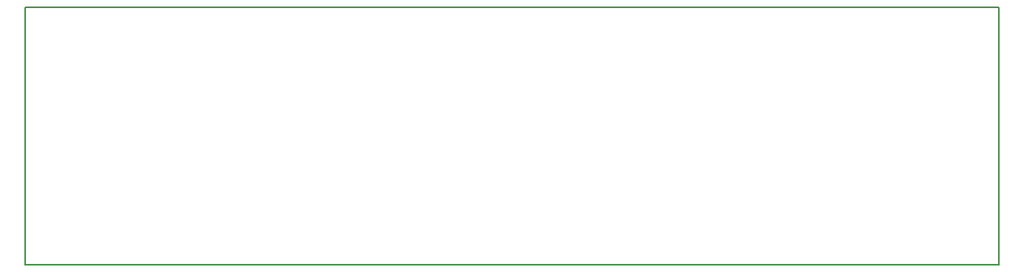
<source format=gbr>
%TF.GenerationSoftware,KiCad,Pcbnew,(5.1.6)-1*%
%TF.CreationDate,2021-06-02T18:30:26+10:00*%
%TF.ProjectId,L2_board,4c325f62-6f61-4726-942e-6b696361645f,2.0*%
%TF.SameCoordinates,Original*%
%TF.FileFunction,Profile,NP*%
%FSLAX46Y46*%
G04 Gerber Fmt 4.6, Leading zero omitted, Abs format (unit mm)*
G04 Created by KiCad (PCBNEW (5.1.6)-1) date 2021-06-02 18:30:26*
%MOMM*%
%LPD*%
G01*
G04 APERTURE LIST*
%TA.AperFunction,Profile*%
%ADD10C,0.150000*%
%TD*%
G04 APERTURE END LIST*
D10*
X106172000Y-107188000D02*
X106172000Y-80264000D01*
X207772000Y-80264000D02*
X106172000Y-80264000D01*
X207772000Y-107188000D02*
X207772000Y-80264000D01*
X106172000Y-107188000D02*
X207772000Y-107188000D01*
M02*

</source>
